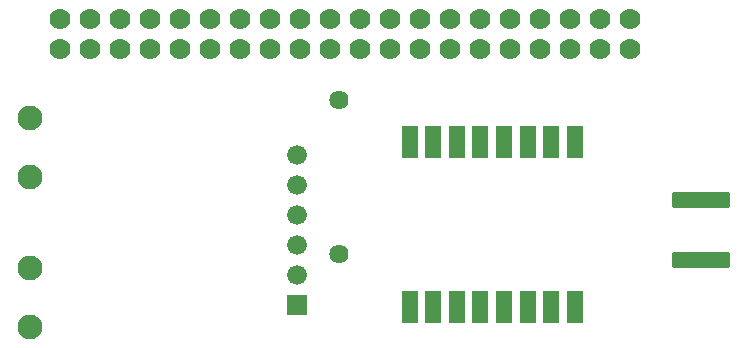
<source format=gbs>
G04 Layer: BottomSolderMaskLayer*
G04 EasyEDA v6.5.42, 2024-04-02 14:52:46*
G04 5a13a6d2cfb54f0dbe7fbbe2e4b841dc,acb5ada5342d49438264df6f97d5643c,10*
G04 Gerber Generator version 0.2*
G04 Scale: 100 percent, Rotated: No, Reflected: No *
G04 Dimensions in millimeters *
G04 leading zeros omitted , absolute positions ,4 integer and 5 decimal *
%FSLAX45Y45*%
%MOMM*%

%AMMACRO1*1,1,$1,$2,$3*1,1,$1,$4,$5*1,1,$1,0-$2,0-$3*1,1,$1,0-$4,0-$5*20,1,$1,$2,$3,$4,$5,0*20,1,$1,$4,$5,0-$2,0-$3,0*20,1,$1,0-$2,0-$3,0-$4,0-$5,0*20,1,$1,0-$4,0-$5,$2,$3,0*4,1,4,$2,$3,$4,$5,0-$2,0-$3,0-$4,0-$5,$2,$3,0*%
%ADD10C,1.6764*%
%ADD11R,1.6764X1.6764*%
%ADD12C,2.1016*%
%ADD13MACRO1,0.2032X0.6X-1.25X-0.6X-1.25*%
%ADD14MACRO1,0.1016X-2.4X0.6X2.4X0.6*%
%ADD15C,1.7780*%
%ADD16C,1.6256*%

%LPD*%
D10*
G01*
X3857752Y6401562D03*
G01*
X3857752Y6147562D03*
G01*
X3857752Y5893562D03*
G01*
X3857752Y5639562D03*
G01*
X3857752Y5385562D03*
D11*
G01*
X3857752Y5131562D03*
D12*
G01*
X1600200Y6714744D03*
G01*
X1600200Y6213855D03*
G01*
X1600200Y5444744D03*
G01*
X1600200Y4943855D03*
D13*
G01*
X6211801Y6516601D03*
G01*
X6011798Y6516601D03*
G01*
X5811799Y6516601D03*
G01*
X5611799Y6516601D03*
G01*
X5411800Y6516601D03*
G01*
X5211800Y6516601D03*
G01*
X5011801Y6516601D03*
G01*
X4811798Y6516601D03*
G01*
X4811798Y5116598D03*
G01*
X5011801Y5116598D03*
G01*
X5211800Y5116598D03*
G01*
X5411800Y5116598D03*
G01*
X5611799Y5116598D03*
G01*
X5811799Y5116598D03*
G01*
X6011798Y5116598D03*
G01*
X6211801Y5116598D03*
D14*
G01*
X7277105Y6020803D03*
G01*
X7277105Y5510796D03*
D15*
G01*
X1854200Y7302500D03*
G01*
X1854200Y7556500D03*
G01*
X2108200Y7302500D03*
G01*
X2108200Y7556500D03*
G01*
X2362200Y7302500D03*
G01*
X2362200Y7556500D03*
G01*
X2616200Y7302500D03*
G01*
X2616200Y7556500D03*
G01*
X2870200Y7302500D03*
G01*
X2870200Y7556500D03*
G01*
X3124200Y7302500D03*
G01*
X3124200Y7556500D03*
G01*
X3378200Y7302500D03*
G01*
X3378200Y7556500D03*
G01*
X3632200Y7302500D03*
G01*
X3632200Y7556500D03*
G01*
X3886200Y7302500D03*
G01*
X3886200Y7556500D03*
G01*
X4140200Y7302500D03*
G01*
X4140200Y7556500D03*
G01*
X4394200Y7302500D03*
G01*
X4394200Y7556500D03*
G01*
X4648200Y7302500D03*
G01*
X4648200Y7556500D03*
G01*
X4902200Y7302500D03*
G01*
X4902200Y7556500D03*
G01*
X5156200Y7302500D03*
G01*
X5156200Y7556500D03*
G01*
X5410200Y7302500D03*
G01*
X5410200Y7556500D03*
G01*
X5664200Y7302500D03*
G01*
X5664200Y7556500D03*
G01*
X5918200Y7302500D03*
G01*
X5918200Y7556500D03*
G01*
X6172200Y7302500D03*
G01*
X6172200Y7556500D03*
G01*
X6426200Y7302500D03*
G01*
X6426200Y7556500D03*
G01*
X6680200Y7302500D03*
G01*
X6680200Y7556500D03*
D16*
G01*
X4216400Y6870700D03*
G01*
X4216400Y5562600D03*
M02*

</source>
